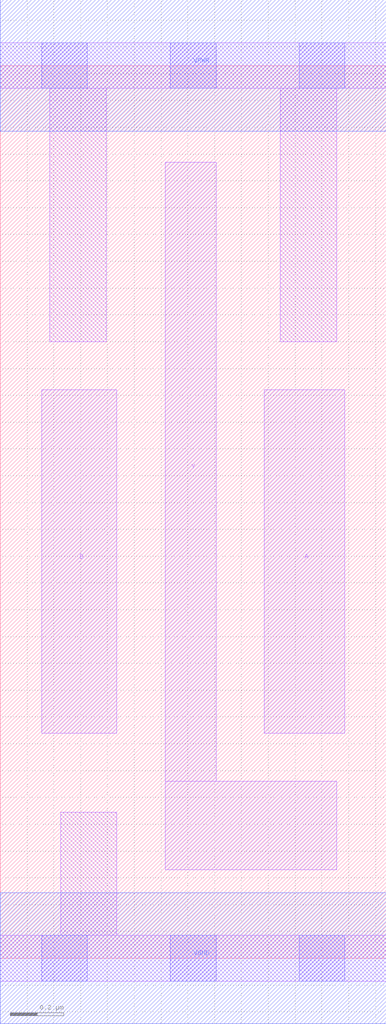
<source format=lef>
# Copyright 2020 The SkyWater PDK Authors
#
# Licensed under the Apache License, Version 2.0 (the "License");
# you may not use this file except in compliance with the License.
# You may obtain a copy of the License at
#
#     https://www.apache.org/licenses/LICENSE-2.0
#
# Unless required by applicable law or agreed to in writing, software
# distributed under the License is distributed on an "AS IS" BASIS,
# WITHOUT WARRANTIES OR CONDITIONS OF ANY KIND, either express or implied.
# See the License for the specific language governing permissions and
# limitations under the License.
#
# SPDX-License-Identifier: Apache-2.0

VERSION 5.7 ;
  NOWIREEXTENSIONATPIN ON ;
  DIVIDERCHAR "/" ;
  BUSBITCHARS "[]" ;
UNITS
  DATABASE MICRONS 200 ;
END UNITS
MACRO sky130_fd_sc_lp__nand2_m
  CLASS CORE ;
  FOREIGN sky130_fd_sc_lp__nand2_m ;
  ORIGIN  0.000000  0.000000 ;
  SIZE  1.440000 BY  3.330000 ;
  SYMMETRY X Y R90 ;
  SITE unit ;
  PIN A
    ANTENNAGATEAREA  0.126000 ;
    DIRECTION INPUT ;
    USE SIGNAL ;
    PORT
      LAYER li1 ;
        RECT 0.985000 0.840000 1.285000 2.120000 ;
    END
  END A
  PIN B
    ANTENNAGATEAREA  0.126000 ;
    DIRECTION INPUT ;
    USE SIGNAL ;
    PORT
      LAYER li1 ;
        RECT 0.155000 0.840000 0.435000 2.120000 ;
    END
  END B
  PIN Y
    ANTENNADIFFAREA  0.228900 ;
    DIRECTION OUTPUT ;
    USE SIGNAL ;
    PORT
      LAYER li1 ;
        RECT 0.615000 0.330000 1.255000 0.660000 ;
        RECT 0.615000 0.660000 0.805000 2.970000 ;
    END
  END Y
  PIN VGND
    DIRECTION INOUT ;
    USE GROUND ;
    PORT
      LAYER met1 ;
        RECT 0.000000 -0.245000 1.440000 0.245000 ;
    END
  END VGND
  PIN VPWR
    DIRECTION INOUT ;
    USE POWER ;
    PORT
      LAYER met1 ;
        RECT 0.000000 3.085000 1.440000 3.575000 ;
    END
  END VPWR
  OBS
    LAYER li1 ;
      RECT 0.000000 -0.085000 1.440000 0.085000 ;
      RECT 0.000000  3.245000 1.440000 3.415000 ;
      RECT 0.185000  2.300000 0.395000 3.245000 ;
      RECT 0.225000  0.085000 0.435000 0.545000 ;
      RECT 1.045000  2.300000 1.255000 3.245000 ;
    LAYER mcon ;
      RECT 0.155000 -0.085000 0.325000 0.085000 ;
      RECT 0.155000  3.245000 0.325000 3.415000 ;
      RECT 0.635000 -0.085000 0.805000 0.085000 ;
      RECT 0.635000  3.245000 0.805000 3.415000 ;
      RECT 1.115000 -0.085000 1.285000 0.085000 ;
      RECT 1.115000  3.245000 1.285000 3.415000 ;
  END
END sky130_fd_sc_lp__nand2_m
END LIBRARY

</source>
